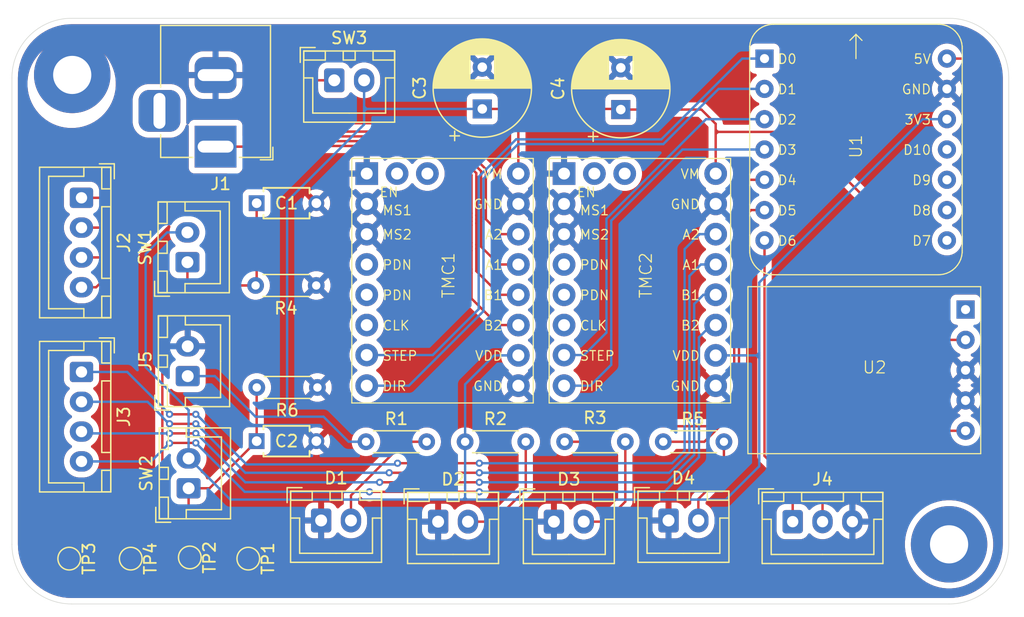
<source format=kicad_pcb>
(kicad_pcb (version 20241229) (generator "pcbnew") (generator_version "9.0")
  (layers (0 "F.Cu" signal) (2 "B.Cu" signal) (13 "F.Paste" user) (15 "B.Paste" user) (5 "F.SilkS" user "F.Silkscreen") (7 "B.SilkS" user "B.Silkscreen") (1 "F.Mask" user) (3 "B.Mask" user) (25 "Edge.Cuts" user))
  (net 0 "")
  (net 1 "SW1")
  (net 2 "GND")
  (net 3 "SW2")
  (net 4 "+12V")
  (net 5 "Net-(D1-A)")
  (net 6 "Net-(D2-A)")
  (net 7 "Net-(D3-A)")
  (net 8 "Net-(D4-A)")
  (net 9 "SERVO")
  (net 10 "Net-(SW3-A)")
  (net 11 "Net-(J3-Pin_2)")
  (net 12 "Net-(J3-Pin_3)")
  (net 13 "Net-(J3-Pin_1)")
  (net 14 "Net-(J3-Pin_4)")
  (net 15 "Net-(J4-Pin_2)")
  (net 16 "+5V")
  (net 21 "STEP1")
  (net 22 "DIR1")
  (net 26 "STEP2")
  (net 27 "DIR2")
  (net 33 "Net-(J2-Pin_2)")
  (net 36 "Net-(J2-Pin_4)")
  (net 37 "Net-(J2-Pin_3)")
  (net 38 "Net-(J2-Pin_1)")
  (net 39 "+3V3")
  (footprint "CNChess_footprints:BarrelJack_Horizontal" (layer "F.Cu") (at 130.9575 90.2625 -90)
    (property "Reference" "J1")
    (property "Value" "Barrel_Jack")
  )
  (footprint "Capacitor_THT:CP_Radial_D8.0mm_P3.50mm" (layer "F.Cu") (at 164.9 87.152651 90)
    (property "Reference" "C4")
    (property "Value" "1000uF")
  )
  (footprint "Resistor_THT:R_Axial_DIN0204_L3.6mm_D1.6mm_P5.08mm_Horizontal" (layer "F.Cu") (at 165.28 115 180)
    (property "Reference" "R3")
    (property "Value" "270")
  )
  (footprint "Resistor_THT:R_Axial_DIN0204_L3.6mm_D1.6mm_P5.08mm_Horizontal" (layer "F.Cu") (at 151.86 115)
    (property "Reference" "R2")
    (property "Value" "270")
  )
  (footprint "Capacitor_THT:CP_Radial_D8.0mm_P3.50mm" (layer "F.Cu") (at 153.3 87.1 90)
    (property "Reference" "C3")
    (property "Value" "1000uF")
  )
  (footprint "Connector_JST:JST_XH_B2B-XH-A_1x02_P2.50mm_Vertical" (layer "F.Cu") (at 128.625 109.5 90)
    (property "Reference" "J5")
    (property "Value" "Fan")
  )
  (footprint "Connector_JST:JST_XH_B3B-XH-A_1x03_P2.50mm_Vertical" (layer "F.Cu") (at 179.3 121.7)
    (property "Reference" "J4")
    (property "Value" "Servomotor")
  )
  (footprint "Connector_JST:JST_XH_B2B-XH-A_1x02_P2.50mm_Vertical" (layer "F.Cu") (at 139.8 121.6)
    (property "Reference" "D1")
    (property "Value" "12V LED")
  )
  (footprint "Resistor_THT:R_Axial_DIN0204_L3.6mm_D1.6mm_P5.08mm_Horizontal" (layer "F.Cu") (at 173.54 115 180)
    (property "Reference" "R5")
    (property "Value" "270")
  )
  (footprint "CNChess_footprints:TMC2209" (layer "F.Cu") (at 160.15 92.52)
    (property "Reference" "TMC2")
    (property "Value" "Driver")
  )
  (footprint "Resistor_THT:R_Axial_DIN0204_L3.6mm_D1.6mm_P5.08mm_Horizontal" (layer "F.Cu") (at 139.39 101.9 180)
    (property "Reference" "R4")
    (property "Value" "47k")
  )
  (footprint "CNChess_footprints:Reg_12V" (layer "F.Cu") (at 193.78 103.92)
    (property "Reference" "U2")
    (property "Value" "Power_Regulator")
  )
  (footprint "Connector_JST:JST_XH_B2B-XH-A_1x02_P2.50mm_Vertical" (layer "F.Cu") (at 128.6 99.95 90)
    (property "Reference" "SW1")
    (property "Value" "LSW1")
  )
  (footprint "TestPoint:TestPoint_Pad_D1.5mm" (layer "F.Cu") (at 123.85 124.8 -90)
    (property "Reference" "TP4")
    (property "Value" "TPSW2")
  )
  (footprint "CNChess_footprints:CAP0_1u" (layer "F.Cu") (at 134.400005 95)
    (property "Reference" "C1")
    (property "Value" "0.1uF")
  )
  (footprint "Connector_JST:JST_XH_B2B-XH-A_1x02_P2.50mm_Vertical" (layer "F.Cu") (at 140.9 84.7)
    (property "Reference" "SW3")
    (property "Value" "OOSW")
  )
  (footprint "Resistor_THT:R_Axial_DIN0204_L3.6mm_D1.6mm_P5.08mm_Horizontal" (layer "F.Cu") (at 143.56 115)
    (property "Reference" "R1")
    (property "Value" "1000")
  )
  (footprint "MountingHole:MountingHole_3.2mm_M3_Pad" (layer "F.Cu") (at 118.95 84.25)
    (property "Reference" "H1" (hide yes))
    (property "Value" "MountingHole")
  )
  (footprint "TestPoint:TestPoint_Pad_D1.5mm" (layer "F.Cu") (at 128.8 124.7 -90)
    (property "Reference" "TP2")
    (property "Value" "TP5V")
  )
  (footprint "MountingHole:MountingHole_3.2mm_M3_Pad" (layer "F.Cu") (at 192.4 123.6)
    (property "Reference" "H2" (hide yes))
    (property "Value" "MountingHole")
  )
  (footprint "Connector_JST:JST_XH_B4B-XH-A_1x04_P2.50mm_Vertical" (layer "F.Cu") (at 119.725 109.15 -90)
    (property "Reference" "J3")
    (property "Value" "Motor2")
  )
  (footprint "Connector_JST:JST_XH_B2B-XH-A_1x02_P2.50mm_Vertical" (layer "F.Cu") (at 159.3 121.7)
    (property "Reference" "D3")
    (property "Value" "LED")
  )
  (footprint "CNChess_footprints:CAP0_1u" (layer "F.Cu") (at 134.400005 114.95)
    (property "Reference" "C2")
    (property "Value" "0.1uF")
  )
  (footprint "TestPoint:TestPoint_Pad_D1.5mm" (layer "F.Cu") (at 133.7 124.8 -90)
    (property "Reference" "TP1")
    (property "Value" "TP12V")
  )
  (footprint "CNChess_footprints:TMC2209" (layer "F.Cu") (at 143.62 92.52)
    (property "Reference" "TMC1")
    (property "Value" "Driver")
  )
  (footprint "CNChess_footprints:Esp32-C3" (layer "F.Cu") (at 184.6 90.5)
    (property "Reference" "U1")
    (property "Value" "ESP32C3")
  )
  (footprint "TestPoint:TestPoint_Pad_D1.5mm" (layer "F.Cu") (at 118.7 124.8 -90)
    (property "Reference" "TP3")
    (property "Value" "TPSW1")
  )
  (footprint "Connector_JST:JST_XH_B2B-XH-A_1x02_P2.50mm_Vertical" (layer "F.Cu") (at 128.7 118.9 90)
    (property "Reference" "SW2")
    (property "Value" "LSW2")
  )
  (footprint "Resistor_THT:R_Axial_DIN0204_L3.6mm_D1.6mm_P5.08mm_Horizontal" (layer "F.Cu") (at 139.49 110.45 180)
    (property "Reference" "R6")
    (property "Value" "47k")
  )
  (footprint "Connector_JST:JST_XH_B2B-XH-A_1x02_P2.50mm_Vertical" (layer "F.Cu") (at 168.9 121.6)
    (property "Reference" "D4")
    (property "Value" "LED")
  )
  (footprint "Connector_JST:JST_XH_B4B-XH-A_1x04_P2.50mm_Vertical" (layer "F.Cu") (at 119.725 94.55 -90)
    (property "Reference" "J2")
    (property "Value" "Motor1")
  )
  (footprint "Connector_JST:JST_XH_B2B-XH-A_1x02_P2.50mm_Vertical" (layer "F.Cu") (at 149.6 121.7)
    (property "Reference" "D2")
    (property "Value" "3V3 LED")
  )
  (gr_line (start 192.4 128.6) (end 118.9 128.6) (stroke (width 0.05)) (layer "Edge.Cuts"))
  (gr_arc (start 118.9 128.6) (mid 115.364466 127.135534) (end 113.9 123.6) (stroke (width 0.05)) (layer "Edge.Cuts"))
  (gr_arc (start 113.9 84.5) (mid 115.364466 80.964466) (end 118.9 79.5) (stroke (width 0.05)) (layer "Edge.Cuts"))
  (gr_line (start 197.4 84.5) (end 197.4 123.6) (stroke (width 0.05)) (layer "Edge.Cuts"))
  (gr_line (start 118.9 79.5) (end 192.4 79.5) (stroke (width 0.05)) (layer "Edge.Cuts"))
  (gr_line (start 113.9 123.6) (end 113.9 84.5) (stroke (width 0.05)) (layer "Edge.Cuts"))
  (gr_arc (start 197.4 123.6) (mid 195.935534 127.135534) (end 192.4 128.6) (stroke (width 0.05)) (layer "Edge.Cuts"))
  (gr_arc (start 192.4 79.5) (mid 195.935534 80.964466) (end 197.4 84.5) (stroke (width 0.05)) (layer "Edge.Cuts"))
  (segment (start 126.5 119.7) (end 121.4 124.8) (width 0.2) (layer "F.Cu") (net 1))
  (segment (start 134.400005 95) (end 134.400005 101.709995) (width 0.2) (layer "F.Cu") (net 1))
  (segment (start 134.21 101.9) (end 128.8 101.9) (width 0.2) (layer "F.Cu") (net 1))
  (segment (start 175.61 93.04) (end 174.4 94.25) (width 0.2) (layer "F.Cu") (net 1))
  (segment (start 128.8 101.9) (end 128.6 102.1) (width 0.2) (layer "F.Cu") (net 1))
  (segment (start 172.6329 113.7) (end 163.25 113.7) (width 0.2) (layer "F.Cu") (net 1))
  (segment (start 174.4 96.4329) (end 174.4 96.7651) (width 0.2) (layer "F.Cu") (net 1))
  (segment (start 128.6 103.5) (end 126.5 105.6) (width 0.2) (layer "F.Cu") (net 1))
  (segment (start 128.6 102) (end 128.6 102.1) (width 0.2) (layer "F.Cu") (net 1))
  (segment (start 128.8 101.9) (end 128.7 101.9) (width 0.2) (layer "F.Cu") (net 1))
  (segment (start 174.4 96.7651) (end 174.4 111.9329) (width 0.2) (layer "F.Cu") (net 1))
  (segment (start 121.4 124.8) (end 118.7 124.8) (width 0.2) (layer "F.Cu") (net 1))
  (segment (start 134.400005 101.709995) (end 134.21 101.9) (width 0.2) (layer "F.Cu") (net 1))
  (segment (start 174.4 111.9329) (end 172.6329 113.7) (width 0.2) (layer "F.Cu") (net 1))
  (segment (start 161.95 115) (end 160.2 115) (width 0.2) (layer "F.Cu") (net 1))
  (segment (start 128.6 99.95) (end 128.6 101.7) (width 0.2) (layer "F.Cu") (net 1))
  (segment (start 163.25 113.7) (end 161.95 115) (width 0.2) (layer "F.Cu") (net 1))
  (segment (start 128.8 101.9) (end 128.6 101.7) (width 0.2) (layer "F.Cu") (net 1))
  (segment (start 174.4 94.25) (end 174.4 96.4329) (width 0.2) (layer "F.Cu") (net 1))
  (segment (start 126.5 105.6) (end 126.5 119.7) (width 0.2) (layer "F.Cu") (net 1))
  (segment (start 128.6 101.7) (end 128.6 102) (width 0.2) (layer "F.Cu") (net 1))
  (segment (start 176.94 93.04) (end 175.61 93.04) (width 0.2) (layer "F.Cu") (net 1))
  (segment (start 128.6 102.1) (end 128.6 103.5) (width 0.2) (layer "F.Cu") (net 1))
  (segment (start 128.7 121.95) (end 125.85 124.8) (width 0.2) (layer "F.Cu") (net 3))
  (segment (start 171.9 115) (end 174.801 112.099) (width 0.2) (layer "F.Cu") (net 3))
  (segment (start 174.801 112.099) (end 174.801 96.599) (width 0.2) (layer "F.Cu") (net 3))
  (segment (start 125.85 124.8) (end 123.85 124.8) (width 0.2) (layer "F.Cu") (net 3))
  (segment (start 134.400005 114.95) (end 134.400005 110.640005) (width 0.2) (layer "F.Cu") (net 3))
  (segment (start 130.450005 118.9) (end 134.400005 114.95) (width 0.2) (layer "F.Cu") (net 3))
  (segment (start 174.801 96.599) (end 175.82 95.58) (width 0.2) (layer "F.Cu") (net 3))
  (segment (start 134.400005 110.640005) (end 134.21 110.45) (width 0.2) (layer "F.Cu") (net 3))
  (segment (start 128.7 118.9) (end 130.450005 118.9) (width 0.2) (layer "F.Cu") (net 3))
  (segment (start 175.82 95.58) (end 176.94 95.58) (width 0.2) (layer "F.Cu") (net 3))
  (segment (start 128.7 118.9) (end 128.7 121.95) (width 0.2) (layer "F.Cu") (net 3))
  (segment (start 168.46 115) (end 171.9 115) (width 0.2) (layer "F.Cu") (net 3))
  (segment (start 164.847349 87.1) (end 164.9 87.152651) (width 0.2) (layer "F.Cu") (net 4))
  (segment (start 156.32 87.28) (end 156.5 87.1) (width 0.2) (layer "F.Cu") (net 4))
  (segment (start 189.45 103.65) (end 189.45 98.65) (width 0.2) (layer "F.Cu") (net 4))
  (segment (start 153.3 87.1) (end 156.15 87.1) (width 0.2) (layer "F.Cu") (net 4))
  (segment (start 192.26 106.46) (end 189.45 103.65) (width 0.2) (layer "F.Cu") (net 4))
  (segment (start 156.15 87.1) (end 156.25 87.1) (width 0.2) (layer "F.Cu") (net 4))
  (segment (start 172.85 88.85) (end 172.85 89.025) (width 0.2) (layer "F.Cu") (net 4))
  (segment (start 179.825 89.025) (end 173.05 89.025) (width 0.2) (layer "F.Cu") (net 4))
  (segment (start 189.45 98.65) (end 179.825 89.025) (width 0.2) (layer "F.Cu") (net 4))
  (segment (start 173.05 89.025) (end 173.025 89.025) (width 0.2) (layer "F.Cu") (net 4))
  (segment (start 171.652651 87.152651) (end 172.85 88.35) (width 0.2) (layer "F.Cu") (net 4))
  (segment (start 173.025 89.025) (end 172.85 89.2) (width 0.2) (layer "F.Cu") (net 4))
  (segment (start 172.85 89.025) (end 172.85 89.2) (width 0.2) (layer "F.Cu") (net 4))
  (segment (start 156.32 87.27) (end 156.15 87.1) (width 0.2) (layer "F.Cu") (net 4))
  (segment (start 156.32 87.3) (end 156.32 87.28) (width 0.2) (layer "F.Cu") (net 4))
  (segment (start 172.85 89.2) (end 172.85 92.52) (width 0.2) (layer "F.Cu") (net 4))
  (segment (start 156.32 87.28) (end 156.32 87.27) (width 0.2) (layer "F.Cu") (net 4))
  (segment (start 164.9 87.152651) (end 171.652651 87.152651) (width 0.2) (layer "F.Cu") (net 4))
  (segment (start 173.025 89.025) (end 172.85 88.85) (width 0.2) (layer "F.Cu") (net 4))
  (segment (start 156.5 87.1) (end 164.847349 87.1) (width 0.2) (layer "F.Cu") (net 4))
  (segment (start 172.85 88.35) (end 172.85 88.85) (width 0.2) (layer "F.Cu") (net 4))
  (segment (start 173.05 89.025) (end 172.85 89.025) (width 0.2) (layer "F.Cu") (net 4))
  (segment (start 156.32 87.17) (end 156.32 87.3) (width 0.2) (layer "F.Cu") (net 4))
  (segment (start 156.32 87.3) (end 156.32 92.52) (width 0.2) (layer "F.Cu") (net 4))
  (segment (start 156.25 87.1) (end 156.5 87.1) (width 0.2) (layer "F.Cu") (net 4))
  (segment (start 156.25 87.1) (end 156.32 87.17) (width 0.2) (layer "F.Cu") (net 4))
  (segment (start 193.78 106.46) (end 192.26 106.46) (width 0.2) (layer "F.Cu") (net 4))
  (segment (start 136.95 112.65) (end 137.2 112.9) (width 0.2) (layer "B.Cu") (net 4))
  (segment (start 143.4 87.3) (end 143.4 88.4) (width 0.2) (layer "B.Cu") (net 4))
  (segment (start 136.95 112.65) (end 136.7 112.9) (width 0.2) (layer "B.Cu") (net 4))
  (segment (start 143.4 86.9) (end 143.4 87.1) (width 0.2) (layer "B.Cu") (net 4))
  (segment (start 143.6 87.1) (end 143.4 87.1) (width 0.2) (layer "B.Cu") (net 4))
  (segment (start 143.4 84.7) (end 143.4 86.9) (width 0.2) (layer "B.Cu") (net 4))
  (segment (start 143.4 88.4) (end 136.95 94.85) (width 0.2) (layer "B.Cu") (net 4))
  (segment (start 143.4 87.1) (end 143.4 87.3) (width 0.2) (layer "B.Cu") (net 4))
  (segment (start 136.95 94.85) (end 136.95 112.65) (width 0.2) (layer "B.Cu") (net 4))
  (segment (start 143.56 115) (end 142.1 115) (width 0.2) (layer "B.Cu") (net 4))
  (segment (start 143.6 87.1) (end 143.4 87.3) (width 0.2) (layer "B.Cu") (net 4))
  (segment (start 142.1 115) (end 140 112.9) (width 0.2) (layer "B.Cu") (net 4))
  (segment (start 140 112.9) (end 137.2 112.9) (width 0.2) (layer "B.Cu") (net 4))
  (segment (start 136.95 112.65) (end 136.95 112.9) (width 0.2) (layer "B.Cu") (net 4))
  (segment (start 134.3 112.9) (end 136.95 112.9) (width 0.2) (layer "B.Cu") (net 4))
  (segment (start 137.2 112.9) (end 136.95 112.9) (width 0.2) (layer "B.Cu") (net 4))
  (segment (start 130.9 109.5) (end 128.625 109.5) (width 0.2) (layer "B.Cu") (net 4))
  (segment (start 134.3 112.9) (end 130.9 109.5) (width 0.2) (layer "B.Cu") (net 4))
  (segment (start 143.6 87.1) (end 143.4 86.9) (width 0.2) (layer "B.Cu") (net 4))
  (segment (start 153.3 87.1) (end 143.6 87.1) (width 0.2) (layer "B.Cu") (net 4))
  (segment (start 146.8 115) (end 148.64 115) (width 0.2) (layer "F.Cu") (net 5))
  (segment (start 142.3 119.5) (end 146.8 115) (width 0.2) (layer "F.Cu") (net 5))
  (segment (start 142.3 121.6) (end 142.3 119.5) (width 0.2) (layer "F.Cu") (net 5))
  (segment (start 156.94 119.01) (end 156.94 115) (width 0.2) (layer "F.Cu") (net 6))
  (segment (start 152.1 121.7) (end 154.25 121.7) (width 0.2) (layer "F.Cu") (net 6))
  (segment (start 154.25 121.7) (end 156.94 119.01) (width 0.2) (layer "F.Cu") (net 6))
  (segment (start 165.28 120.02) (end 165.28 115) (width 0.2) (layer "F.Cu") (net 7))
  (segment (start 163.6 121.7) (end 165.28 120.02) (width 0.2) (layer "F.Cu") (net 7))
  (segment (start 161.8 121.7) (end 163.6 121.7) (width 0.2) (layer "F.Cu") (net 7))
  (segment (start 165.4 115.12) (end 165.28 115) (width 0.2) (layer "F.Cu") (net 7))
  (segment (start 173.54 117.66) (end 173.54 115) (width 0.2) (layer "F.Cu") (net 8))
  (segment (start 171.4 121.6) (end 171.4 119.8) (width 0.2) (layer "F.Cu") (net 8))
  (segment (start 171.4 119.8) (end 173.54 117.66) (width 0.2) (layer "F.Cu") (net 8))
  (segment (start 179.3 118.55) (end 176.94 116.19) (width 0.2) (layer "F.Cu") (net 9))
  (segment (start 179.3 121.7) (end 179.3 118.55) (width 0.2) (layer "F.Cu") (net 9))
  (segment (start 176.94 116.19) (end 176.94 98.12) (width 0.2) (layer "F.Cu") (net 9))
  (segment (start 133.4375 90.2625) (end 139 84.7) (width 0.2) (layer "F.Cu") (net 10))
  (segment (start 130.9575 90.2625) (end 133.4375 90.2625) (width 0.2) (layer "F.Cu") (net 10))
  (segment (start 130.9575 90.2625) (end 130.9575 89.8425) (width 0.2) (layer "F.Cu") (net 10))
  (segment (start 139 84.7) (end 140.9 84.7) (width 0.2) (layer "F.Cu") (net 10))
  (segment (start 129.3 113.499994) (end 127.150006 113.499994) (width 0.2) (layer "F.Cu") (net 11))
  (segment (start 153.05 117.599994) (end 145.500006 117.599994) (width 0.2) (layer "F.Cu") (net 11))
  (segment (start 145.500006 117.599994) (end 145.5 117.6) (width 0.2) (layer "F.Cu") (net 11))
  (via (at 145.5 117.6) (size 0.6) (drill 0.3) (layers "F.Cu" "B.Cu") (net 11))
  (via (at 129.3 113.499994) (size 0.6) (drill 0.3) (layers "F.Cu" "B.Cu") (net 11))
  (via (at 127.1 113.493716) (size 0.6) (drill 0.3) (layers "F.Cu" "B.Cu") (net 11))
  (via (at 153.05 117.599994) (size 0.6) (drill 0.3) (layers "F.Cu" "B.Cu") (net 11))
  (segment (start 126.851057 113.294713) (end 126.499 112.942656) (width 0.2) (layer "B.Cu") (net 11))
  (segment (start 172.85 100.14) (end 171.61 100.14) (width 0.2) (layer "B.Cu") (net 11))
  (segment (start 129.3 113.499994) (end 129.349994 113.499994) (width 0.2) (layer "B.Cu") (net 11))
  (segment (start 126.499 112.942656) (end 126.499 112.892716) (width 0.2) (layer "B.Cu") (net 11))
  (segment (start 127.1 113.493716) (end 126.900997 113.294713) (width 0.2) (layer "B.Cu") (net 11))
  (segment (start 170.648 101.102) (end 170.648 115.9191) (width 0.2) (layer "B.Cu") (net 11))
  (segment (start 168.967106 117.599994) (end 153.05 117.599994) (width 0.2) (layer "B.Cu") (net 11))
  (segment (start 133.45 117.6) (end 145.5 117.6) (width 0.2) (layer "B.Cu") (net 11))
  (segment (start 129.349994 113.499994) (end 133.45 117.6) (width 0.2) (layer "B.Cu") (net 11))
  (segment (start 171.61 100.14) (end 170.648 101.102) (width 0.2) (layer "B.Cu") (net 11))
  (segment (start 125.256284 111.65) (end 119.725 111.65) (width 0.2) (layer "B.Cu") (net 11))
  (segment (start 126.900997 113.294713) (end 126.851057 113.294713) (width 0.2) (layer "B.Cu") (net 11))
  (segment (start 126.499 112.892716) (end 125.256284 111.65) (width 0.2) (layer "B.Cu") (net 11))
  (segment (start 170.648 115.9191) (end 168.967106 117.599994) (width 0.2) (layer "B.Cu") (net 11))
  (segment (start 127.101559 114.299997) (end 127.1 114.298438) (width 0.2) (layer "F.Cu") (net 12))
  (segment (start 127.1 114.298438) (end 127.100003 114.298441) (width 0.2) (layer "F.Cu") (net 12))
  (segment (start 144.950003 118.399997) (end 153.05 118.399997) (width 0.2) (layer "F.Cu") (net 12))
  (segment (start 129.3 114.299997) (end 127.101559 114.299997) (width 0.2) (layer "F.Cu") (net 12))
  (segment (start 127.100003 114.298441) (end 127.100003 114.299997) (width 0.2) (layer "F.Cu") (net 12))
  (segment (start 144.7 118.4) (end 144.95 118.4) (width 0.2) (layer "F.Cu") (net 12))
  (segment (start 144.95 118.4) (end 144.950003 118.399997) (width 0.2) (layer "F.Cu") (net 12))
  (via (at 129.3 114.299997) (size 0.6) (drill 0.3) (layers "F.Cu" "B.Cu") (net 12))
  (via (at 144.7 118.4) (size 0.6) (drill 0.3) (layers "F.Cu" "B.Cu") (net 12))
  (via (at 127.1 114.298438) (size 0.6) (drill 0.3) (layers "F.Cu" "B.Cu") (net 12))
  (via (at 153.05 118.399997) (size 0.6) (drill 0.3) (layers "F.Cu" "B.Cu") (net 12))
  (segment (start 171.82 102.68) (end 171.049 103.451) (width 0.2) (layer "B.Cu") (net 12))
  (segment (start 171.049 103.451) (end 171.049 116.101) (width 0.2) (layer "B.Cu") (net 12))
  (segment (start 171.049 116.101) (end 168.750003 118.399997) (width 0.2) (layer "B.Cu") (net 12))
  (segment (start 172.85 102.68) (end 171.82 102.68) (width 0.2) (layer "B.Cu") (net 12))
  (segment (start 119.875 114.3) (end 119.725 114.15) (width 0.2) (layer "B.Cu") (net 12))
  (segment (start 133.45 118.4) (end 144.7 118.4) (width 0.2) (layer "B.Cu") (net 12))
  (segment (start 129.3 114.299997) (end 129.349997 114.299997) (width 0.2) (layer "B.Cu") (net 12))
  (segment (start 129.349997 114.299997) (end 133.45 118.4) (width 0.2) (layer "B.Cu") (net 12))
  (segment (start 127.098438 114.3) (end 119.875 114.3) (width 0.2) (layer "B.Cu") (net 12))
  (segment (start 168.750003 118.399997) (end 153.05 118.399997) (width 0.2) (layer "B.Cu") (net 12))
  (segment (start 127.1 114.298438) (end 127.098438 114.3) (width 0.2) (layer "B.Cu") (net 12))
  (segment (start 146.2 116.799991) (end 153.05 116.799991) (width 0.2) (layer "F.Cu") (net 13))
  (segment (start 127.106278 112.699991) (end 127.1 112.693713) (width 0.2) (layer "F.Cu") (net 13))
  (segment (start 129.3 112.699991) (end 127.106278 112.699991) (width 0.2) (layer "F.Cu") (net 13))
  (via (at 127.1 112.693713) (size 0.6) (drill 0.3) (layers "F.Cu" "B.Cu") (net 13))
  (via (at 153.05 116.799991) (size 0.6) (drill 0.3) (layers "F.Cu" "B.Cu") (net 13))
  (via (at 146.2 116.799991) (size 0.6) (drill 0.3) (layers "F.Cu" "B.Cu") (net 13))
  (via (at 129.3 112.699991) (size 0.6) (drill 0.3) (layers "F.Cu" "B.Cu") (net 13))
  (segment (start 171.5 97.6) (end 172.85 97.6) (width 0.2) (layer "B.Cu") (net 13))
  (segment (start 123.556287 109.15) (end 119.725 109.15) (width 0.2) (layer "B.Cu") (net 13))
  (segment (start 127.1 112.693713) (end 123.556287 109.15) (width 0.2) (layer "B.Cu") (net 13))
  (segment (start 170.247 98.853) (end 171.5 97.6) (width 0.2) (layer "B.Cu") (net 13))
  (segment (start 129.349991 112.699991) (end 133.55 116.9) (width 0.2) (layer "B.Cu") (net 13))
  (segment (start 146.099991 116.9) (end 146.2 116.799991) (width 0.2) (layer "B.Cu") (net 13))
  (segment (start 169.200009 116.799991) (end 170.247 115.753) (width 0.2) (layer "B.Cu") (net 13))
  (segment (start 133.55 116.9) (end 146.099991 116.9) (width 0.2) (layer "B.Cu") (net 13))
  (segment (start 153.05 116.799991) (end 169.200009 116.799991) (width 0.2) (layer "B.Cu") (net 13))
  (segment (start 129.3 112.699991) (end 129.349991 112.699991) (width 0.2) (layer "B.Cu") (net 13))
  (segment (start 170.247 115.753) (end 170.247 98.853) (width 0.2) (layer "B.Cu") (net 13))
  (segment (start 127.2 115.1) (end 129.3 115.1) (width 0.2) (layer "F.Cu") (net 14))
  (segment (start 153.05 119.2) (end 143.85 119.2) (width 0.2) (layer "F.Cu") (net 14))
  (segment (start 127.175 115.125) (end 127.2 115.1) (width 0.2) (layer "F.Cu") (net 14))
  (segment (start 127.1 115.125) (end 127.175 115.125) (width 0.2) (layer "F.Cu") (net 14))
  (via (at 153.05 119.2) (size 0.6) (drill 0.3) (layers "F.Cu" "B.Cu") (net 14))
  (via (at 143.85 119.2) (size 0.6) (drill 0.3) (layers "F.Cu" "B.Cu") (net 14))
  (via (at 127.1 115.125) (size 0.6) (drill 0.3) (layers "F.Cu" "B.Cu") (net 14))
  (via (at 129.3 115.1) (size 0.6) (drill 0.3) (layers "F.Cu" "B.Cu") (net 14))
  (segment (start 127.075 115.125) (end 125.55 116.65) (width 0.2) (layer "B.Cu") (net 14))
  (segment (start 133.4 119.2) (end 143.85 119.2) (width 0.2) (layer "B.Cu") (net 14))
  (segment (start 125.55 116.65) (end 119.725 116.65) (width 0.2) (layer "B.Cu") (net 14))
  (segment (start 168.55 119.2) (end 153.05 119.2) (width 0.2) (layer "B.Cu") (net 14))
  (segment (start 129.3 115.1) (end 133.4 119.2) (width 0.2) (layer "B.Cu") (net 14))
  (segment (start 172.48 105.22) (end 171.45 106.25) (width 0.2) (layer "B.Cu") (net 14))
  (segment (start 171.45 106.25) (end 171.45 116.3) (width 0.2) (layer "B.Cu") (net 14))
  (segment (start 171.45 116.3) (end 168.55 119.2) (width 0.2) (layer "B.Cu") (net 14))
  (segment (start 172.85 105.22) (end 172.48 105.22) (width 0.2) (layer "B.Cu") (net 14))
  (segment (start 127.1 115.125) (end 127.075 115.125) (width 0.2) (layer "B.Cu") (net 14))
  (segment (start 193.78 114.08) (end 186.77 114.08) (width 0.2) (layer "F.Cu") (net 15))
  (segment (start 181.8 119.05) (end 181.8 121.7) (width 0.2) (layer "F.Cu") (net 15))
  (segment (start 186.77 114.08) (end 181.8 119.05) (width 0.2) (layer "F.Cu") (net 15))
  (segment (start 195.8 84.8) (end 193.88 82.88) (width 0.2) (layer "F.Cu") (net 16))
  (segment (start 193.88 82.88) (end 192.22 82.88) (width 0.2) (layer "F.Cu") (net 16))
  (segment (start 195.8 114.25) (end 195.8 84.8) (width 0.2) (layer "F.Cu") (net 16))
  (segment (start 183.35 126.7) (end 195.8 114.25) (width 0.2) (layer "F.Cu") (net 16))
  (segment (start 128.8 124.7) (end 131.1 124.7) (width 0.2) (layer "F.Cu") (net 16))
  (segment (start 131.1 124.7) (end 133.1 126.7) (width 0.2) (layer "F.Cu") (net 16))
  (segment (start 133.1 126.7) (end 183.35 126.7) (width 0.2) (layer "F.Cu") (net 16))
  (segment (start 149.149098 107.733802) (end 152.999 103.8839) (width 0.2) (layer "B.Cu") (net 21))
  (segment (start 143.62 107.733802) (end 149.149098 107.733802) (width 0.2) (layer "B.Cu") (net 21))
  (segment (start 152.999 92.7839) (end 156.1339 89.649) (width 0.2) (layer "B.Cu") (net 21))
  (segment (start 175.07 82.88) (end 176.94 82.88) (width 0.2) (layer "B.Cu") (net 21))
  (segment (start 156.1339 89.649) (end 168.301 89.649) (width 0.2) (layer "B.Cu") (net 21))
  (segment (start 168.301 89.649) (end 175.07 82.88) (width 0.2) (layer "B.Cu") (net 21))
  (segment (start 152.999 103.8839) (end 152.999 92.7839) (width 0.2) (layer "B.Cu") (net 21))
  (segment (start 153.1651 104.2849) (end 153.4 104.05) (width 0.2) (layer "B.Cu") (net 22))
  (segment (start 168.702 89.8151) (end 173.0971 85.42) (width 0.2) (layer "B.Cu") (net 22))
  (segment (start 168 90.05) (end 168.1349 90.05) (width 0.2) (layer "B.Cu") (net 22))
  (segment (start 153.4 92.95) (end 156.3 90.05) (width 0.2) (layer "B.Cu") (net 22))
  (segment (start 153.4 103.7178) (end 153.4 92.95) (width 0.2) (layer "B.Cu") (net 22))
  (segment (start 143.62 110.3) (end 147.15 110.3) (width 0.2) (layer "B.Cu") (net 22))
  (segment (start 156.3 90.05) (end 168 90.05) (width 0.2) (layer "B.Cu") (net 22))
  (segment (start 149.315198 108.134802) (end 149.550098 107.899902) (width 0.2) (layer "B.Cu") (net 22))
  (segment (start 168.1349 90.05) (end 168.4671 90.05) (width 0.2) (layer "B.Cu") (net 22))
  (segment (start 153.4 104.05) (end 153.4 103.7178) (width 0.2) (layer "B.Cu") (net 22))
  (segment (start 149.550098 107.899902) (end 153.1651 104.2849) (width 0.2) (layer "B.Cu") (net 22))
  (segment (start 147.15 110.3) (end 149.315198 108.134802) (width 0.2) (layer "B.Cu") (net 22))
  (segment (start 168.4671 90.05) (end 168.702 89.8151) (width 0.2) (layer "B.Cu") (net 22))
  (segment (start 173.0971 85.42) (end 176.94 85.42) (width 0.2) (layer "B.Cu") (net 22))
  (segment (start 160.15 107.733802) (end 161.816198 107.733802) (width 0.2) (layer "B.Cu") (net 26))
  (segment (start 163.7 96.3) (end 172.04 87.96) (width 0.2) (layer "B.Cu") (net 26))
  (segment (start 161.816198 107.733802) (end 163.7 105.85) (width 0.2) (layer "B.Cu") (net 26))
  (segment (start 163.7 105.85) (end 163.7 96.3) (width 0.2) (layer "B.Cu") (net 26))
  (segment (start 172.04 87.96) (end 176.94 87.96) (width 0.2) (layer "B.Cu") (net 26))
  (segment (start 164.1 108.55) (end 164.1 106.0171) (width 0.2) (layer "B.Cu") (net 27))
  (segment (start 164.101 106.0161) (end 164.101 105.6839) (width 0.2) (layer "B.Cu") (net 27))
  (segment (start 170.0671 90.5) (end 176.94 90.5) (width 0.2) (layer "B.Cu") (net 27))
  (segment (start 160.15 110.3) (end 162.35 110.3) (width 0.2) (layer "B.Cu") (net 27))
  (segment (start 164.101 105.6839) (end 164.101 96.4661) (width 0.2) (layer "B.Cu") (net 27))
  (segment (start 164.101 96.4661) (end 170.0671 90.5) (width 0.2) (layer "B.Cu") (net 27))
  (segment (start 164.1 106.0171) (end 164.101 106.0161) (width 0.2) (layer "B.Cu") (net 27))
  (segment (start 162.35 110.3) (end 164.1 108.55) (width 0.2) (layer "B.Cu") (net 27))
  (segment (start 153.199 92.3161) (end 153.199 96.1839) (width 0.2) (layer "F.Cu") (net 33))
  (segment (start 121.8 97.05) (end 123.899 94.951) (width 0.2) (layer "F.Cu") (net 33))
  (segment (start 150.2839 89.401) (end 153.199 92.3161) (width 0.2) (layer "F.Cu") (net 33))
  (segment (start 131.1661 94.951) (end 131.401 94.7161) (width 0.2) (layer "F.Cu") (net 33))
  (segment (start 153.199 98.649) (end 154.69 100.14) (width 0.2) (layer "F.Cu") (net 33))
  (segment (start 130.8339 94.951) (end 131.1661 94.951) (width 0.2) (layer "F.Cu") (net 33))
  (segment (start 131.401 94.7161) (end 136.7161 89.401) (width 0.2) (layer "F.Cu") (net 33))
  (segment (start 119.725 97.05) (end 121.8 97.05) (width 0.2) (layer "F.Cu") (net 33))
  (segment (start 123.899 94.951) (end 130.8339 94.951) (width 0.2) (layer "F.Cu") (net 33))
  (segment (start 153.199 96.5161) (end 153.199 98.649) (width 0.2) (layer "F.Cu") (net 33))
  (segment (start 153.199 96.1839) (end 153.199 96.5161) (width 0.2) (layer "F.Cu") (net 33))
  (segment (start 136.7161 89.401) (end 150.2839 89.401) (width 0.2) (layer "F.Cu") (net 33))
  (segment (start 154.69 100.14) (end 156.32 100.14) (width 0.2) (layer "F.Cu") (net 33))
  (segment (start 131.9681 95.2832) (end 132.203 95.0483) (width 0.2) (layer "F.Cu") (net 36))
  (segment (start 120.95 102.05) (end 127.247 95.753) (width 0.2) (layer "F.Cu") (net 36))
  (segment (start 152.397 96.5161) (end 152.397 96.8483) (width 0.2) (layer "F.Cu") (net 36))
  (segment (start 152.397 100.5319) (end 152.397 100.8641) (width 0.2) (layer "F.Cu") (net 36))
  (segment (start 152.397 100.8641) (end 152.397 102.997) (width 0.2) (layer "F.Cu") (net 36))
  (segment (start 152.397 96.8483) (end 152.397 98.3168) (width 0.2) (layer "F.Cu") (net 36))
  (segment (start 152.397 96.1839) (end 152.397 96.5161) (width 0.2) (layer "F.Cu") (net 36))
  (segment (start 137.0483 90.203) (end 149.9517 90.203) (width 0.2) (layer "F.Cu") (net 36))
  (segment (start 119.725 102.05) (end 120.95 102.05) (width 0.2) (layer "F.Cu") (net 36))
  (segment (start 152.397 98.3168) (end 152.397 98.649) (width 0.2) (layer "F.Cu") (net 36))
  (segment (start 152.397 98.649) (end 152.397 98.9812) (width 0.2) (layer "F.Cu") (net 36))
  (segment (start 132.203 95.0483) (end 137.0483 90.203) (width 0.2) (layer "F.Cu") (net 36))
  (segment (start 152.397 98.9812) (end 152.397 100.5319) (width 0.2) (layer "F.Cu") (net 36))
  (segment (start 152.397 95.8517) (end 152.397 96.1839) (width 0.2) (layer "F.Cu") (net 36))
  (segment (start 152.397 102.997) (end 154.62 105.22) (width 0.2) (layer "F.Cu") (net 36))
  (segment (start 149.9517 90.203) (end 152.397 92.6483) (width 0.2) (layer "F.Cu") (net 36))
  (segment (start 130.8339 95.753) (end 131.1661 95.753) (width 0.2) (layer "F.Cu") (net 36))
  (segment (start 152.397 92.6483) (end 152.397 95.8517) (width 0.2) (layer "F.Cu") (net 36))
  (segment (start 154.62 105.22) (end 156.32 105.22) (width 0.2) (layer "F.Cu") (net 36))
  (segment (start 131.7332 95.5181) (end 131.9681 95.2832) (width 0.2) (layer "F.Cu") (net 36))
  (segment (start 131.1661 95.753) (end 131.4983 95.753) (width 0.2) (layer "F.Cu") (net 36))
  (segment (start 131.4983 95.753) (end 131.7332 95.5181) (width 0.2) (layer "F.Cu") (net 36))
  (segment (start 130.5017 95.753) (end 130.8339 95.753) (width 0.2) (layer "F.Cu") (net 36))
  (segment (start 127.247 95.753) (end 130.5017 95.753) (width 0.2) (layer "F.Cu") (net 36))
  (segment (start 136.8822 89.802) (end 150.1178 89.802) (width 0.2) (layer "F.Cu") (net 37))
  (segment (start 152.798 100.698) (end 154.78 102.68) (width 0.2) (layer "F.Cu") (net 37))
  (segment (start 131.802 94.8822) (end 136.8822 89.802) (width 0.2) (layer "F.Cu") (net 37))
  (segment (start 152.798 98.8151) (end 152.798 100.698) (width 0.2) (layer "F.Cu") (net 37))
  (segment (start 125.498 95.352) (end 130.6678 95.352) (width 0.2) (layer "F.Cu") (net 37))
  (segment (start 131.3322 95.352) (end 131.5671 95.1171) (width 0.2) (layer "F.Cu") (net 37))
  (segment (start 131.5671 95.1171) (end 131.802 94.8822) (width 0.2) (layer "F.Cu") (net 37))
  (segment (start 152.798 92.4822) (end 152.798 96.0178) (width 0.2) (layer "F.Cu") (net 37))
  (segment (start 152.798 96.0178) (end 152.798 96.35) (width 0.2) (layer "F.Cu") (net 37))
  (segment (start 152.798 96.35) (end 152.798 96.6822) (width 0.2) (layer "F.Cu") (net 37))
  (segment (start 119.725 99.55) (end 121.3 99.55) (width 0.2) (layer "F.Cu") (net 37))
  (segment (start 150.1178 89.802) (end 152.798 92.4822) (width 0.2) (layer "F.Cu") (net 37))
  (segment (start 130.6678 95.352) (end 131 95.352) (width 0.2) (layer "F.Cu") (net 37))
  (segment (start 131 95.352) (end 131.3322 95.352) (width 0.2) (layer "F.Cu") (net 37))
  (segment (start 121.3 99.55) (end 125.498 95.352) (width 0.2) (layer "F.Cu") (net 37))
  (segment (start 152.798 98.4829) (end 152.798 98.8151) (width 0.2) (layer "F.Cu") (net 37))
  (segment (start 154.78 102.68) (end 156.32 102.68) (width 0.2) (layer "F.Cu") (net 37))
  (segment (start 152.798 96.6822) (end 152.798 98.4829) (width 0.2) (layer "F.Cu") (net 37))
  (segment (start 136.55 89) (end 150.45 89) (width 0.2) (layer "F.Cu") (net 38))
  (segment (start 154.85 97.6) (end 156.32 97.6) (width 0.2) (layer "F.Cu") (net 38))
  (segment (start 153.6 96.35) (end 154.85 97.6) (width 0.2) (layer "F.Cu") (net 38))
  (segment (start 153.6 92.15) (end 153.6 96.35) (width 0.2) (layer "F.Cu") (net 38))
  (segment (start 150.45 89) (end 153.6 92.15) (width 0.2) (layer "F.Cu") (net 38))
  (segment (start 131 94.55) (end 136.55 89) (width 0.2) (layer "F.Cu") (net 38))
  (segment (start 119.725 94.55) (end 131 94.55) (width 0.2) (layer "F.Cu") (net 38))
  (segment (start 151.85 114.99) (end 151.86 115) (width 0.2) (layer "F.Cu") (net 39))
  (segment (start 128.7 116.4) (end 128.75 116.4) (width 0.2) (layer "B.Cu") (net 39))
  (segment (start 125.1 99.25) (end 125.1 108.75) (width 0.2) (layer "B.Cu") (net 39))
  (segment (start 151.8 119.85) (end 152 119.85) (width 0.2) (layer "B.Cu") (net 39))
  (segment (start 176.5 107.75) (end 176.5 107.55) (width 0.2) (layer "B.Cu") (net 39))
  (segment (start 151.86 110.19) (end 151.86 115) (width 0.2) (layer "B.Cu") (net 39))
  (segment (start 176.5 108) (end 176.5 107.75) (width 0.2) (layer "B.Cu") (net 39))
  (segment (start 176.3 107.76) (end 176.3 107.8) (width 0.2) (layer "B.Cu") (net 39))
  (segment (start 151.86 119.71) (end 152 119.85) (width 0.2) (layer "B.Cu") (net 39))
  (segment (start 126.9 97.45) (end 125.1 99.25) (width 0.2) (layer "B.Cu") (net 39))
  (segment (start 176.3 107.76) (end 176.3 107.75) (width 0.2) (layer "B.Cu") (net 39))
  (segment (start 156.32 107.76) (end 154.29 107.76) (width 0.2) (layer "B.Cu") (net 39))
  (segment (start 151.86 115) (end 151.86 119.71) (width 0.2) (layer "B.Cu") (net 39))
  (segment (start 128.6 97.45) (end 126.9 97.45) (width 0.2) (layer "B.Cu") (net 39))
  (segment (start 176.5 117.05) (end 176.5 108) (width 0.2) (layer "B.Cu") (net 39))
  (segment (start 173.7 119.85) (end 176.5 117.05) (width 0.2) (layer "B.Cu") (net 39))
  (segment (start 128.75 116.4) (end 132.2 119.85) (width 0.2) (layer "B.Cu") (net 39))
  (segment (start 132.2 119.85) (end 151.7 119.85) (width 0.2) (layer "B.Cu") (net 39))
  (segment (start 190.19 87.96) (end 192.22 87.96) (width 0.2) (layer "B.Cu") (net 39))
  (segment (start 151.84 119.71) (end 151.7 119.85) (width 0.2) (layer "B.Cu") (net 39))
  (segment (start 176.3 107.8) (end 176.5 108) (width 0.2) (layer "B.Cu") (net 39))
  (segment (start 176.5 101.65) (end 190.19 87.96) (width 0.2) (layer "B.Cu") (net 39))
  (segment (start 176.3 107.76) (end 176.49 107.76) (width 0.2) (layer "B.Cu") (net 39))
  (segment (start 176.49 107.76) (end 176.5 107.75) (width 0.2) (layer "B.Cu") (net 39))
  (segment (start 125.1 108.75) (end 128.7 112.35) (width 0.2) (layer "B.Cu") (net 39))
  (segment (start 154.29 107.76) (end 151.86 110.19) (width 0.2) (layer "B.Cu") (net 39))
  (segment (start 151.86 119.71) (end 151.84 119.71) (width 0.2) (layer "B.Cu") (net 39))
  (segment (start 176.5 107.55) (end 176.5 101.65) (width 0.2) (layer "B.Cu") (net 39))
  (segment (start 176.3 107.75) (end 176.5 107.55) (width 0.2) (layer "B.Cu") (net 39))
  (segment (start 172.85 107.76) (end 176.3 107.76) (width 0.2) (layer "B.Cu") (net 39))
  (segment (start 152 119.85) (end 173.7 119.85) (width 0.2) (layer "B.Cu") (net 39))
  (segment (start 128.7 112.35) (end 128.7 116.4) (width 0.2) (layer "B.Cu") (net 39))
  (segment (start 151.7 119.85) (end 151.8 119.85) (width 0.2) (layer "B.Cu") (net 39))
  (zone (net 2) (net_name "GND") (layers "F.Cu" "B.Cu") (connect_pads (clearance 0.5)) (min_thickness 0.25) (fill yes (thermal_gap 0.5) (thermal_bridge_width 0.5))
    (polygon (pts (xy 112.996388 79.1) (xy 198.687664 79.1) (xy 198.591663 129.692245) (xy 112.90039 129.594648)))
  )
)
</source>
